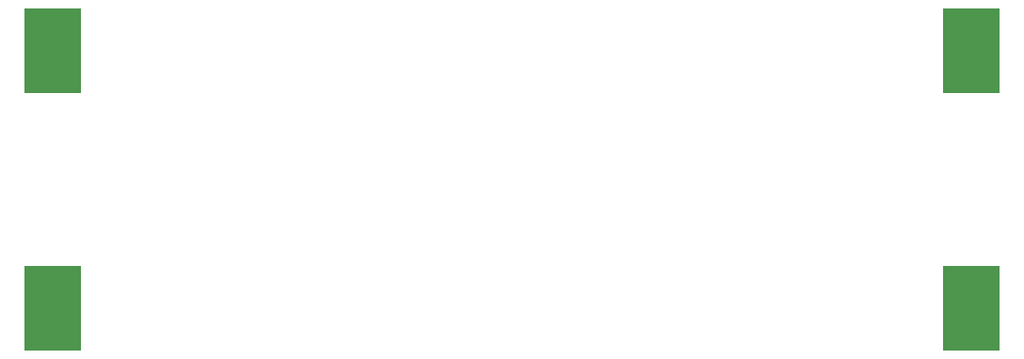
<source format=gtp>
G04 Layer: TopPasteMaskLayer*
G04 EasyEDA v6.5.22, 2023-02-22 15:15:05*
G04 640daacfa6c848ee808a15bd8ce7c787,ef4dac4c239f4a7f90591e71bd1ece2f,10*
G04 Gerber Generator version 0.2*
G04 Scale: 100 percent, Rotated: No, Reflected: No *
G04 Dimensions in inches *
G04 leading zeros omitted , absolute positions ,3 integer and 6 decimal *
%FSLAX36Y36*%
%MOIN*%

%ADD10R,0.2000X0.3000*%

%LPD*%
D10*
G01*
X2968500Y1985000D03*
G01*
X-284499Y1985000D03*
G01*
X-285499Y2897000D03*
G01*
X2967500Y2897000D03*
M02*

</source>
